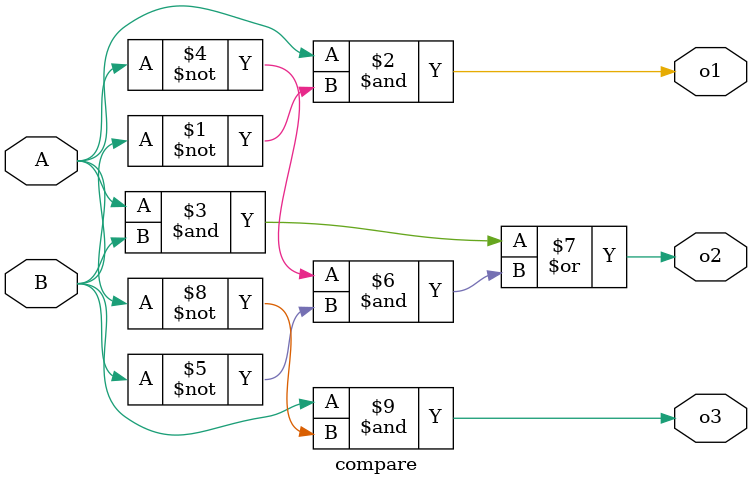
<source format=v>
module compare (
    input A,B,
    output o1,o2,o3
);
    assign o1 = A & ~B;               
    assign o2 = (A & B) | (~A & ~B);  
    assign o3 = B & ~A;              
endmodule

</source>
